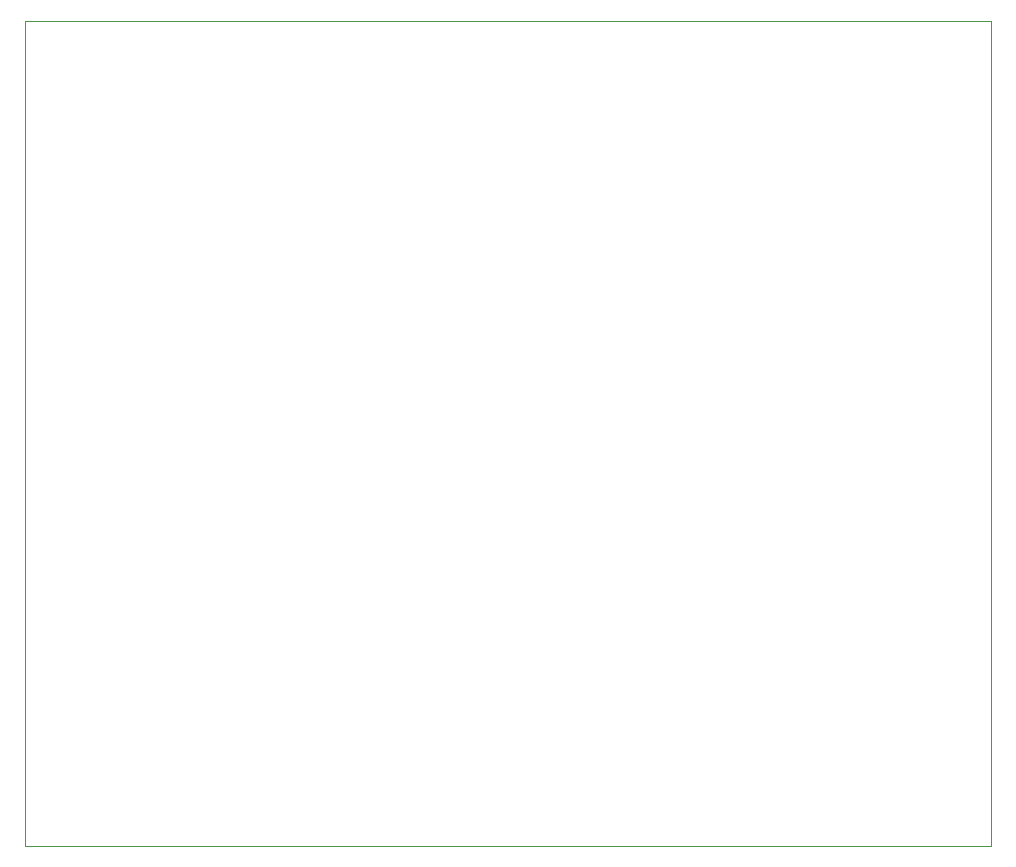
<source format=gbr>
%TF.GenerationSoftware,KiCad,Pcbnew,(7.0.0)*%
%TF.CreationDate,2023-05-31T19:24:38-06:00*%
%TF.ProjectId,STM32 LED Shield,53544d33-3220-44c4-9544-20536869656c,rev?*%
%TF.SameCoordinates,Original*%
%TF.FileFunction,Profile,NP*%
%FSLAX46Y46*%
G04 Gerber Fmt 4.6, Leading zero omitted, Abs format (unit mm)*
G04 Created by KiCad (PCBNEW (7.0.0)) date 2023-05-31 19:24:38*
%MOMM*%
%LPD*%
G01*
G04 APERTURE LIST*
%TA.AperFunction,Profile*%
%ADD10C,0.100000*%
%TD*%
G04 APERTURE END LIST*
D10*
X69697600Y-55118000D02*
X151536400Y-55118000D01*
X151536400Y-55118000D02*
X151536400Y-124968000D01*
X151536400Y-124968000D02*
X69697600Y-124968000D01*
X69697600Y-124968000D02*
X69697600Y-55118000D01*
M02*

</source>
